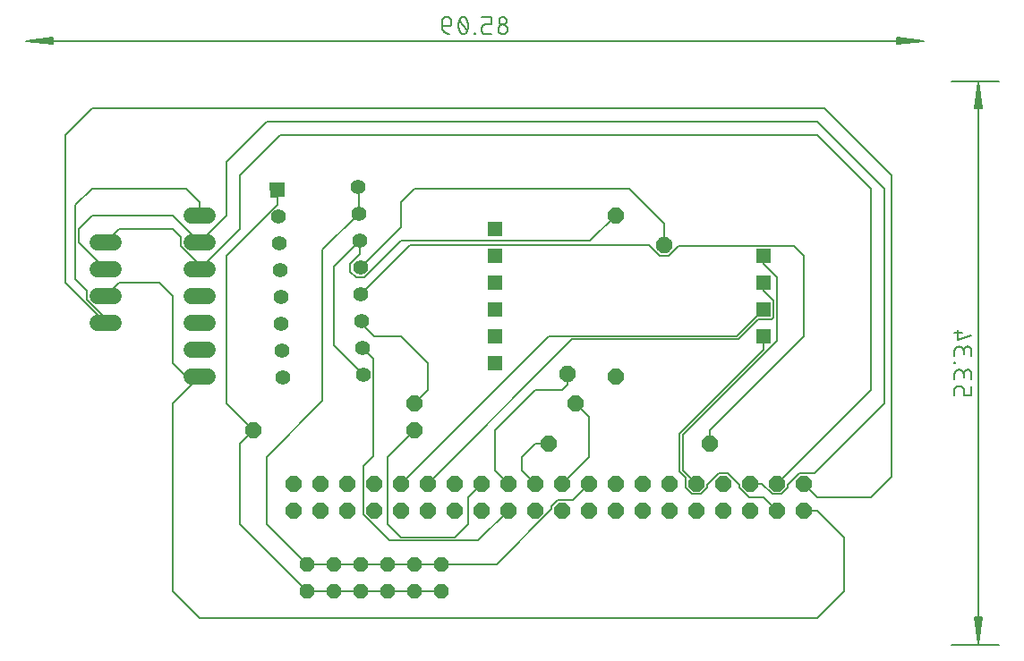
<source format=gbr>
G04 EAGLE Gerber RS-274X export*
G75*
%MOMM*%
%FSLAX34Y34*%
%LPD*%
%INBottom Copper*%
%IPPOS*%
%AMOC8*
5,1,8,0,0,1.08239X$1,22.5*%
G01*
%ADD10C,0.130000*%
%ADD11C,0.130000*%
%ADD12C,0.152400*%
%ADD13C,1.524000*%
%ADD14P,1.539592X8X22.500000*%
%ADD15P,1.649562X8X202.500000*%
%ADD16P,1.649562X8X22.500000*%
%ADD17R,1.408000X1.408000*%
%ADD18R,1.408000X1.408000*%
%ADD19C,1.408000*%
%ADD20P,1.649562X8X75.700000*%
%ADD21P,1.649562X8X112.500000*%


D10*
X0Y571500D03*
X850900Y571500D03*
D11*
X850250Y571500D02*
X650Y571500D01*
X26000Y574692D01*
X26000Y568308D01*
X650Y571500D01*
X26000Y572800D01*
X26000Y570200D02*
X650Y571500D01*
X26000Y574100D01*
X26000Y568900D02*
X650Y571500D01*
X824900Y574692D02*
X850250Y571500D01*
X824900Y574692D02*
X824900Y568308D01*
X850250Y571500D01*
X824900Y572800D01*
X824900Y570200D02*
X850250Y571500D01*
X824900Y574100D01*
X824900Y568900D02*
X850250Y571500D01*
D12*
X456509Y582523D02*
X456507Y582656D01*
X456501Y582788D01*
X456491Y582920D01*
X456478Y583052D01*
X456460Y583184D01*
X456439Y583314D01*
X456414Y583445D01*
X456385Y583574D01*
X456352Y583702D01*
X456316Y583830D01*
X456276Y583956D01*
X456232Y584081D01*
X456184Y584205D01*
X456133Y584327D01*
X456078Y584448D01*
X456020Y584567D01*
X455958Y584685D01*
X455893Y584800D01*
X455824Y584914D01*
X455753Y585025D01*
X455677Y585134D01*
X455599Y585241D01*
X455518Y585346D01*
X455433Y585448D01*
X455346Y585548D01*
X455256Y585645D01*
X455163Y585740D01*
X455067Y585831D01*
X454969Y585920D01*
X454868Y586006D01*
X454764Y586089D01*
X454658Y586169D01*
X454550Y586245D01*
X454440Y586319D01*
X454327Y586389D01*
X454213Y586456D01*
X454096Y586519D01*
X453978Y586579D01*
X453858Y586636D01*
X453736Y586689D01*
X453613Y586738D01*
X453489Y586784D01*
X453363Y586826D01*
X453236Y586864D01*
X453108Y586899D01*
X452979Y586930D01*
X452850Y586957D01*
X452719Y586980D01*
X452588Y587000D01*
X452456Y587015D01*
X452324Y587027D01*
X452192Y587035D01*
X452059Y587039D01*
X451927Y587039D01*
X451794Y587035D01*
X451662Y587027D01*
X451530Y587015D01*
X451398Y587000D01*
X451267Y586980D01*
X451136Y586957D01*
X451007Y586930D01*
X450878Y586899D01*
X450750Y586864D01*
X450623Y586826D01*
X450497Y586784D01*
X450373Y586738D01*
X450250Y586689D01*
X450128Y586636D01*
X450008Y586579D01*
X449890Y586519D01*
X449773Y586456D01*
X449659Y586389D01*
X449546Y586319D01*
X449436Y586245D01*
X449328Y586169D01*
X449222Y586089D01*
X449118Y586006D01*
X449017Y585920D01*
X448919Y585831D01*
X448823Y585740D01*
X448730Y585645D01*
X448640Y585548D01*
X448553Y585448D01*
X448468Y585346D01*
X448387Y585241D01*
X448309Y585134D01*
X448233Y585025D01*
X448162Y584914D01*
X448093Y584800D01*
X448028Y584685D01*
X447966Y584567D01*
X447908Y584448D01*
X447853Y584327D01*
X447802Y584205D01*
X447754Y584081D01*
X447710Y583956D01*
X447670Y583830D01*
X447634Y583702D01*
X447601Y583574D01*
X447572Y583445D01*
X447547Y583314D01*
X447526Y583184D01*
X447508Y583052D01*
X447495Y582920D01*
X447485Y582788D01*
X447479Y582656D01*
X447477Y582523D01*
X447479Y582390D01*
X447485Y582258D01*
X447495Y582126D01*
X447508Y581994D01*
X447526Y581862D01*
X447547Y581732D01*
X447572Y581601D01*
X447601Y581472D01*
X447634Y581344D01*
X447670Y581216D01*
X447710Y581090D01*
X447754Y580965D01*
X447802Y580841D01*
X447853Y580719D01*
X447908Y580598D01*
X447966Y580479D01*
X448028Y580361D01*
X448093Y580246D01*
X448162Y580132D01*
X448233Y580021D01*
X448309Y579912D01*
X448387Y579805D01*
X448468Y579700D01*
X448553Y579598D01*
X448640Y579498D01*
X448730Y579401D01*
X448823Y579306D01*
X448919Y579215D01*
X449017Y579126D01*
X449118Y579040D01*
X449222Y578957D01*
X449328Y578877D01*
X449436Y578801D01*
X449546Y578727D01*
X449659Y578657D01*
X449773Y578590D01*
X449890Y578527D01*
X450008Y578467D01*
X450128Y578410D01*
X450250Y578357D01*
X450373Y578308D01*
X450497Y578262D01*
X450623Y578220D01*
X450750Y578182D01*
X450878Y578147D01*
X451007Y578116D01*
X451136Y578089D01*
X451267Y578066D01*
X451398Y578046D01*
X451530Y578031D01*
X451662Y578019D01*
X451794Y578011D01*
X451927Y578007D01*
X452059Y578007D01*
X452192Y578011D01*
X452324Y578019D01*
X452456Y578031D01*
X452588Y578046D01*
X452719Y578066D01*
X452850Y578089D01*
X452979Y578116D01*
X453108Y578147D01*
X453236Y578182D01*
X453363Y578220D01*
X453489Y578262D01*
X453613Y578308D01*
X453736Y578357D01*
X453858Y578410D01*
X453978Y578467D01*
X454096Y578527D01*
X454213Y578590D01*
X454327Y578657D01*
X454440Y578727D01*
X454550Y578801D01*
X454658Y578877D01*
X454764Y578957D01*
X454868Y579040D01*
X454969Y579126D01*
X455067Y579215D01*
X455163Y579306D01*
X455256Y579401D01*
X455346Y579498D01*
X455433Y579598D01*
X455518Y579700D01*
X455599Y579805D01*
X455677Y579912D01*
X455753Y580021D01*
X455824Y580132D01*
X455893Y580246D01*
X455958Y580361D01*
X456020Y580479D01*
X456078Y580598D01*
X456133Y580719D01*
X456184Y580841D01*
X456232Y580965D01*
X456276Y581090D01*
X456316Y581216D01*
X456352Y581344D01*
X456385Y581472D01*
X456414Y581601D01*
X456439Y581732D01*
X456460Y581862D01*
X456478Y581994D01*
X456491Y582126D01*
X456501Y582258D01*
X456507Y582390D01*
X456509Y582523D01*
X455605Y590651D02*
X455603Y590770D01*
X455597Y590890D01*
X455587Y591009D01*
X455573Y591127D01*
X455556Y591246D01*
X455534Y591363D01*
X455509Y591480D01*
X455479Y591595D01*
X455446Y591710D01*
X455409Y591824D01*
X455369Y591936D01*
X455324Y592047D01*
X455276Y592156D01*
X455225Y592264D01*
X455170Y592370D01*
X455111Y592474D01*
X455049Y592576D01*
X454984Y592676D01*
X454915Y592774D01*
X454843Y592870D01*
X454768Y592963D01*
X454691Y593053D01*
X454610Y593141D01*
X454526Y593226D01*
X454439Y593308D01*
X454350Y593388D01*
X454258Y593464D01*
X454164Y593538D01*
X454067Y593608D01*
X453969Y593675D01*
X453868Y593739D01*
X453764Y593799D01*
X453659Y593856D01*
X453552Y593909D01*
X453444Y593959D01*
X453334Y594005D01*
X453222Y594047D01*
X453109Y594086D01*
X452995Y594121D01*
X452880Y594152D01*
X452763Y594180D01*
X452646Y594203D01*
X452529Y594223D01*
X452410Y594239D01*
X452291Y594251D01*
X452172Y594259D01*
X452053Y594263D01*
X451933Y594263D01*
X451814Y594259D01*
X451695Y594251D01*
X451576Y594239D01*
X451457Y594223D01*
X451340Y594203D01*
X451223Y594180D01*
X451106Y594152D01*
X450991Y594121D01*
X450877Y594086D01*
X450764Y594047D01*
X450652Y594005D01*
X450542Y593959D01*
X450434Y593909D01*
X450327Y593856D01*
X450222Y593799D01*
X450118Y593739D01*
X450017Y593675D01*
X449919Y593608D01*
X449822Y593538D01*
X449728Y593464D01*
X449636Y593388D01*
X449547Y593308D01*
X449460Y593226D01*
X449376Y593141D01*
X449295Y593053D01*
X449218Y592963D01*
X449143Y592870D01*
X449071Y592774D01*
X449002Y592676D01*
X448937Y592576D01*
X448875Y592474D01*
X448816Y592370D01*
X448761Y592264D01*
X448710Y592156D01*
X448662Y592047D01*
X448617Y591936D01*
X448577Y591824D01*
X448540Y591710D01*
X448507Y591595D01*
X448477Y591480D01*
X448452Y591363D01*
X448430Y591246D01*
X448413Y591127D01*
X448399Y591009D01*
X448389Y590890D01*
X448383Y590770D01*
X448381Y590651D01*
X448383Y590532D01*
X448389Y590412D01*
X448399Y590293D01*
X448413Y590175D01*
X448430Y590056D01*
X448452Y589939D01*
X448477Y589822D01*
X448507Y589707D01*
X448540Y589592D01*
X448577Y589478D01*
X448617Y589366D01*
X448662Y589255D01*
X448710Y589146D01*
X448761Y589038D01*
X448816Y588932D01*
X448875Y588828D01*
X448937Y588726D01*
X449002Y588626D01*
X449071Y588528D01*
X449143Y588432D01*
X449218Y588339D01*
X449295Y588249D01*
X449376Y588161D01*
X449460Y588076D01*
X449547Y587994D01*
X449636Y587914D01*
X449728Y587838D01*
X449822Y587764D01*
X449919Y587694D01*
X450017Y587627D01*
X450118Y587563D01*
X450222Y587503D01*
X450327Y587446D01*
X450434Y587393D01*
X450542Y587343D01*
X450652Y587297D01*
X450764Y587255D01*
X450877Y587216D01*
X450991Y587181D01*
X451106Y587150D01*
X451223Y587122D01*
X451340Y587099D01*
X451457Y587079D01*
X451576Y587063D01*
X451695Y587051D01*
X451814Y587043D01*
X451933Y587039D01*
X452053Y587039D01*
X452172Y587043D01*
X452291Y587051D01*
X452410Y587063D01*
X452529Y587079D01*
X452646Y587099D01*
X452763Y587122D01*
X452880Y587150D01*
X452995Y587181D01*
X453109Y587216D01*
X453222Y587255D01*
X453334Y587297D01*
X453444Y587343D01*
X453552Y587393D01*
X453659Y587446D01*
X453764Y587503D01*
X453868Y587563D01*
X453969Y587627D01*
X454067Y587694D01*
X454164Y587764D01*
X454258Y587838D01*
X454350Y587914D01*
X454439Y587994D01*
X454526Y588076D01*
X454610Y588161D01*
X454691Y588249D01*
X454768Y588339D01*
X454843Y588432D01*
X454915Y588528D01*
X454984Y588626D01*
X455049Y588726D01*
X455111Y588828D01*
X455170Y588932D01*
X455225Y589038D01*
X455276Y589146D01*
X455324Y589255D01*
X455369Y589366D01*
X455409Y589478D01*
X455446Y589592D01*
X455479Y589707D01*
X455509Y589822D01*
X455534Y589939D01*
X455556Y590056D01*
X455573Y590175D01*
X455587Y590293D01*
X455597Y590412D01*
X455603Y590532D01*
X455605Y590651D01*
X440878Y578007D02*
X435459Y578007D01*
X435341Y578009D01*
X435223Y578015D01*
X435105Y578024D01*
X434988Y578038D01*
X434871Y578055D01*
X434754Y578076D01*
X434639Y578101D01*
X434524Y578130D01*
X434410Y578163D01*
X434298Y578199D01*
X434187Y578239D01*
X434077Y578282D01*
X433968Y578329D01*
X433861Y578379D01*
X433756Y578434D01*
X433653Y578491D01*
X433552Y578552D01*
X433452Y578616D01*
X433355Y578683D01*
X433260Y578753D01*
X433168Y578827D01*
X433077Y578903D01*
X432990Y578983D01*
X432905Y579065D01*
X432823Y579150D01*
X432743Y579237D01*
X432667Y579328D01*
X432593Y579420D01*
X432523Y579515D01*
X432456Y579612D01*
X432392Y579712D01*
X432331Y579813D01*
X432274Y579916D01*
X432219Y580021D01*
X432169Y580128D01*
X432122Y580237D01*
X432079Y580347D01*
X432039Y580458D01*
X432003Y580570D01*
X431970Y580684D01*
X431941Y580799D01*
X431916Y580914D01*
X431895Y581031D01*
X431878Y581148D01*
X431864Y581265D01*
X431855Y581383D01*
X431849Y581501D01*
X431847Y581619D01*
X431846Y581619D02*
X431846Y583426D01*
X431847Y583426D02*
X431849Y583544D01*
X431855Y583662D01*
X431864Y583780D01*
X431878Y583897D01*
X431895Y584014D01*
X431916Y584131D01*
X431941Y584246D01*
X431970Y584361D01*
X432003Y584475D01*
X432039Y584587D01*
X432079Y584698D01*
X432122Y584808D01*
X432169Y584917D01*
X432219Y585024D01*
X432274Y585129D01*
X432331Y585232D01*
X432392Y585333D01*
X432456Y585433D01*
X432523Y585530D01*
X432593Y585625D01*
X432667Y585717D01*
X432743Y585808D01*
X432823Y585895D01*
X432905Y585980D01*
X432990Y586062D01*
X433077Y586142D01*
X433168Y586218D01*
X433260Y586292D01*
X433355Y586362D01*
X433452Y586429D01*
X433552Y586493D01*
X433653Y586554D01*
X433756Y586611D01*
X433861Y586666D01*
X433968Y586716D01*
X434077Y586763D01*
X434187Y586806D01*
X434298Y586846D01*
X434410Y586882D01*
X434524Y586915D01*
X434639Y586944D01*
X434754Y586969D01*
X434871Y586990D01*
X434988Y587007D01*
X435105Y587021D01*
X435223Y587030D01*
X435341Y587036D01*
X435459Y587038D01*
X440878Y587038D01*
X440878Y594263D01*
X431846Y594263D01*
X425872Y578910D02*
X425872Y578007D01*
X425872Y578910D02*
X424969Y578910D01*
X424969Y578007D01*
X425872Y578007D01*
X418994Y586135D02*
X418990Y586455D01*
X418979Y586774D01*
X418960Y587094D01*
X418933Y587412D01*
X418899Y587730D01*
X418857Y588047D01*
X418807Y588363D01*
X418750Y588678D01*
X418686Y588991D01*
X418614Y589303D01*
X418535Y589613D01*
X418448Y589920D01*
X418354Y590226D01*
X418253Y590529D01*
X418144Y590830D01*
X418029Y591128D01*
X417906Y591424D01*
X417776Y591716D01*
X417639Y592005D01*
X417639Y592006D02*
X417600Y592114D01*
X417557Y592221D01*
X417511Y592326D01*
X417460Y592430D01*
X417407Y592532D01*
X417350Y592632D01*
X417289Y592730D01*
X417225Y592825D01*
X417158Y592919D01*
X417087Y593010D01*
X417014Y593099D01*
X416937Y593185D01*
X416858Y593268D01*
X416776Y593349D01*
X416691Y593427D01*
X416603Y593501D01*
X416513Y593573D01*
X416421Y593641D01*
X416326Y593707D01*
X416229Y593769D01*
X416130Y593827D01*
X416028Y593883D01*
X415926Y593934D01*
X415821Y593982D01*
X415715Y594027D01*
X415607Y594068D01*
X415498Y594105D01*
X415388Y594138D01*
X415276Y594167D01*
X415164Y594193D01*
X415051Y594215D01*
X414937Y594232D01*
X414823Y594246D01*
X414708Y594256D01*
X414593Y594262D01*
X414478Y594264D01*
X414478Y594263D02*
X414363Y594261D01*
X414248Y594255D01*
X414133Y594245D01*
X414019Y594231D01*
X413905Y594214D01*
X413792Y594192D01*
X413680Y594166D01*
X413568Y594137D01*
X413458Y594104D01*
X413349Y594067D01*
X413241Y594026D01*
X413135Y593981D01*
X413031Y593933D01*
X412928Y593882D01*
X412827Y593826D01*
X412727Y593768D01*
X412630Y593706D01*
X412536Y593641D01*
X412443Y593572D01*
X412353Y593500D01*
X412265Y593426D01*
X412180Y593348D01*
X412098Y593267D01*
X412019Y593184D01*
X411942Y593098D01*
X411869Y593009D01*
X411798Y592918D01*
X411731Y592824D01*
X411667Y592729D01*
X411606Y592631D01*
X411549Y592531D01*
X411496Y592429D01*
X411445Y592325D01*
X411399Y592220D01*
X411356Y592113D01*
X411317Y592005D01*
X411318Y592005D02*
X411181Y591716D01*
X411051Y591424D01*
X410928Y591128D01*
X410813Y590830D01*
X410704Y590529D01*
X410603Y590226D01*
X410509Y589920D01*
X410422Y589613D01*
X410343Y589303D01*
X410271Y588991D01*
X410207Y588678D01*
X410150Y588363D01*
X410100Y588047D01*
X410058Y587730D01*
X410024Y587412D01*
X409997Y587094D01*
X409978Y586774D01*
X409967Y586455D01*
X409963Y586135D01*
X418993Y586135D02*
X418989Y585815D01*
X418978Y585496D01*
X418959Y585176D01*
X418932Y584858D01*
X418898Y584540D01*
X418856Y584223D01*
X418806Y583907D01*
X418749Y583592D01*
X418685Y583279D01*
X418613Y582967D01*
X418534Y582657D01*
X418447Y582350D01*
X418353Y582044D01*
X418252Y581741D01*
X418143Y581440D01*
X418028Y581142D01*
X417905Y580846D01*
X417775Y580554D01*
X417638Y580265D01*
X417639Y580265D02*
X417600Y580157D01*
X417557Y580050D01*
X417511Y579945D01*
X417460Y579841D01*
X417407Y579739D01*
X417350Y579639D01*
X417289Y579541D01*
X417225Y579446D01*
X417158Y579352D01*
X417087Y579261D01*
X417014Y579172D01*
X416937Y579086D01*
X416858Y579003D01*
X416776Y578922D01*
X416691Y578844D01*
X416603Y578770D01*
X416513Y578698D01*
X416420Y578629D01*
X416326Y578564D01*
X416229Y578502D01*
X416129Y578444D01*
X416028Y578388D01*
X415926Y578337D01*
X415821Y578289D01*
X415715Y578244D01*
X415607Y578203D01*
X415498Y578166D01*
X415388Y578133D01*
X415276Y578104D01*
X415164Y578078D01*
X415051Y578056D01*
X414937Y578039D01*
X414823Y578025D01*
X414708Y578015D01*
X414593Y578009D01*
X414478Y578007D01*
X411318Y580265D02*
X411181Y580554D01*
X411051Y580846D01*
X410928Y581142D01*
X410813Y581440D01*
X410704Y581741D01*
X410603Y582044D01*
X410509Y582350D01*
X410422Y582657D01*
X410343Y582967D01*
X410271Y583279D01*
X410207Y583592D01*
X410150Y583907D01*
X410100Y584223D01*
X410058Y584540D01*
X410024Y584858D01*
X409997Y585176D01*
X409978Y585496D01*
X409967Y585815D01*
X409963Y586135D01*
X411317Y580265D02*
X411356Y580157D01*
X411399Y580050D01*
X411445Y579945D01*
X411496Y579841D01*
X411549Y579739D01*
X411607Y579639D01*
X411667Y579541D01*
X411731Y579446D01*
X411798Y579352D01*
X411869Y579261D01*
X411942Y579172D01*
X412019Y579086D01*
X412098Y579003D01*
X412180Y578922D01*
X412265Y578844D01*
X412353Y578770D01*
X412443Y578698D01*
X412536Y578629D01*
X412630Y578564D01*
X412727Y578502D01*
X412827Y578444D01*
X412928Y578388D01*
X413031Y578337D01*
X413135Y578289D01*
X413241Y578244D01*
X413349Y578203D01*
X413458Y578166D01*
X413568Y578133D01*
X413680Y578104D01*
X413792Y578078D01*
X413905Y578056D01*
X414019Y578039D01*
X414133Y578025D01*
X414248Y578015D01*
X414363Y578009D01*
X414478Y578007D01*
X418091Y581619D02*
X410866Y590651D01*
X399750Y585232D02*
X394332Y585232D01*
X399750Y585232D02*
X399868Y585234D01*
X399986Y585240D01*
X400104Y585249D01*
X400221Y585263D01*
X400338Y585280D01*
X400455Y585301D01*
X400570Y585326D01*
X400685Y585355D01*
X400799Y585388D01*
X400911Y585424D01*
X401022Y585464D01*
X401132Y585507D01*
X401241Y585554D01*
X401348Y585604D01*
X401453Y585659D01*
X401556Y585716D01*
X401657Y585777D01*
X401757Y585841D01*
X401854Y585908D01*
X401949Y585978D01*
X402041Y586052D01*
X402132Y586128D01*
X402219Y586208D01*
X402304Y586290D01*
X402386Y586375D01*
X402466Y586462D01*
X402542Y586553D01*
X402616Y586645D01*
X402686Y586740D01*
X402753Y586837D01*
X402817Y586937D01*
X402878Y587038D01*
X402935Y587141D01*
X402990Y587246D01*
X403040Y587353D01*
X403087Y587462D01*
X403130Y587572D01*
X403170Y587683D01*
X403206Y587795D01*
X403239Y587909D01*
X403268Y588024D01*
X403293Y588139D01*
X403314Y588256D01*
X403331Y588373D01*
X403345Y588490D01*
X403354Y588608D01*
X403360Y588726D01*
X403362Y588844D01*
X403363Y588844D02*
X403363Y589747D01*
X403361Y589880D01*
X403355Y590012D01*
X403345Y590144D01*
X403332Y590276D01*
X403314Y590408D01*
X403293Y590538D01*
X403268Y590669D01*
X403239Y590798D01*
X403206Y590926D01*
X403170Y591054D01*
X403130Y591180D01*
X403086Y591305D01*
X403038Y591429D01*
X402987Y591551D01*
X402932Y591672D01*
X402874Y591791D01*
X402812Y591909D01*
X402747Y592024D01*
X402678Y592138D01*
X402607Y592249D01*
X402531Y592358D01*
X402453Y592465D01*
X402372Y592570D01*
X402287Y592672D01*
X402200Y592772D01*
X402110Y592869D01*
X402017Y592964D01*
X401921Y593055D01*
X401823Y593144D01*
X401722Y593230D01*
X401618Y593313D01*
X401512Y593393D01*
X401404Y593469D01*
X401294Y593543D01*
X401181Y593613D01*
X401067Y593680D01*
X400950Y593743D01*
X400832Y593803D01*
X400712Y593860D01*
X400590Y593913D01*
X400467Y593962D01*
X400343Y594008D01*
X400217Y594050D01*
X400090Y594088D01*
X399962Y594123D01*
X399833Y594154D01*
X399704Y594181D01*
X399573Y594204D01*
X399442Y594224D01*
X399310Y594239D01*
X399178Y594251D01*
X399046Y594259D01*
X398913Y594263D01*
X398781Y594263D01*
X398648Y594259D01*
X398516Y594251D01*
X398384Y594239D01*
X398252Y594224D01*
X398121Y594204D01*
X397990Y594181D01*
X397861Y594154D01*
X397732Y594123D01*
X397604Y594088D01*
X397477Y594050D01*
X397351Y594008D01*
X397227Y593962D01*
X397104Y593913D01*
X396982Y593860D01*
X396862Y593803D01*
X396744Y593743D01*
X396627Y593680D01*
X396513Y593613D01*
X396400Y593543D01*
X396290Y593469D01*
X396182Y593393D01*
X396076Y593313D01*
X395972Y593230D01*
X395871Y593144D01*
X395773Y593055D01*
X395677Y592964D01*
X395584Y592869D01*
X395494Y592772D01*
X395407Y592672D01*
X395322Y592570D01*
X395241Y592465D01*
X395163Y592358D01*
X395087Y592249D01*
X395016Y592138D01*
X394947Y592024D01*
X394882Y591909D01*
X394820Y591791D01*
X394762Y591672D01*
X394707Y591551D01*
X394656Y591429D01*
X394608Y591305D01*
X394564Y591180D01*
X394524Y591054D01*
X394488Y590926D01*
X394455Y590798D01*
X394426Y590669D01*
X394401Y590538D01*
X394380Y590408D01*
X394362Y590276D01*
X394349Y590144D01*
X394339Y590012D01*
X394333Y589880D01*
X394331Y589747D01*
X394332Y589747D02*
X394332Y585232D01*
X394331Y585232D02*
X394333Y585057D01*
X394339Y584883D01*
X394350Y584709D01*
X394365Y584535D01*
X394384Y584361D01*
X394407Y584188D01*
X394434Y584016D01*
X394466Y583844D01*
X394501Y583673D01*
X394541Y583503D01*
X394585Y583334D01*
X394633Y583166D01*
X394685Y582999D01*
X394741Y582834D01*
X394801Y582670D01*
X394864Y582507D01*
X394932Y582347D01*
X395004Y582187D01*
X395079Y582030D01*
X395159Y581874D01*
X395242Y581721D01*
X395328Y581569D01*
X395419Y581420D01*
X395513Y581273D01*
X395610Y581128D01*
X395711Y580985D01*
X395815Y580845D01*
X395923Y580708D01*
X396034Y580573D01*
X396148Y580441D01*
X396265Y580312D01*
X396386Y580185D01*
X396509Y580062D01*
X396636Y579941D01*
X396765Y579824D01*
X396897Y579710D01*
X397032Y579599D01*
X397169Y579491D01*
X397309Y579387D01*
X397452Y579286D01*
X397597Y579189D01*
X397744Y579095D01*
X397893Y579004D01*
X398045Y578918D01*
X398198Y578835D01*
X398354Y578755D01*
X398511Y578680D01*
X398671Y578608D01*
X398831Y578540D01*
X398994Y578477D01*
X399158Y578417D01*
X399323Y578361D01*
X399490Y578309D01*
X399658Y578261D01*
X399827Y578217D01*
X399997Y578177D01*
X400168Y578142D01*
X400340Y578110D01*
X400512Y578083D01*
X400685Y578060D01*
X400859Y578041D01*
X401033Y578026D01*
X401207Y578015D01*
X401381Y578009D01*
X401556Y578007D01*
D11*
X876300Y533400D02*
X921200Y533400D01*
X921200Y0D02*
X876300Y0D01*
X901700Y650D02*
X901700Y532750D01*
X898508Y507400D01*
X904892Y507400D01*
X901700Y532750D01*
X900400Y507400D01*
X903000Y507400D02*
X901700Y532750D01*
X899100Y507400D01*
X904300Y507400D02*
X901700Y532750D01*
X898508Y26000D02*
X901700Y650D01*
X898508Y26000D02*
X904892Y26000D01*
X901700Y650D01*
X900400Y26000D01*
X903000Y26000D02*
X901700Y650D01*
X899100Y26000D01*
X904300Y26000D02*
X901700Y650D01*
D12*
X878937Y235582D02*
X878937Y241000D01*
X878939Y241118D01*
X878945Y241236D01*
X878954Y241354D01*
X878968Y241471D01*
X878985Y241588D01*
X879006Y241705D01*
X879031Y241820D01*
X879060Y241935D01*
X879093Y242049D01*
X879129Y242161D01*
X879169Y242272D01*
X879212Y242382D01*
X879259Y242491D01*
X879309Y242598D01*
X879364Y242703D01*
X879421Y242806D01*
X879482Y242907D01*
X879546Y243007D01*
X879613Y243104D01*
X879683Y243199D01*
X879757Y243291D01*
X879833Y243382D01*
X879913Y243469D01*
X879995Y243554D01*
X880080Y243636D01*
X880167Y243716D01*
X880258Y243792D01*
X880350Y243866D01*
X880445Y243936D01*
X880542Y244003D01*
X880642Y244067D01*
X880743Y244128D01*
X880846Y244185D01*
X880951Y244240D01*
X881058Y244290D01*
X881167Y244337D01*
X881277Y244380D01*
X881388Y244420D01*
X881500Y244456D01*
X881614Y244489D01*
X881729Y244518D01*
X881844Y244543D01*
X881961Y244564D01*
X882078Y244581D01*
X882195Y244595D01*
X882313Y244604D01*
X882431Y244610D01*
X882549Y244612D01*
X882549Y244613D02*
X884356Y244613D01*
X884356Y244612D02*
X884474Y244610D01*
X884592Y244604D01*
X884710Y244595D01*
X884827Y244581D01*
X884944Y244564D01*
X885061Y244543D01*
X885176Y244518D01*
X885291Y244489D01*
X885405Y244456D01*
X885517Y244420D01*
X885628Y244380D01*
X885738Y244337D01*
X885847Y244290D01*
X885954Y244240D01*
X886059Y244185D01*
X886162Y244128D01*
X886263Y244067D01*
X886363Y244003D01*
X886460Y243936D01*
X886555Y243866D01*
X886647Y243792D01*
X886738Y243716D01*
X886825Y243636D01*
X886910Y243554D01*
X886992Y243469D01*
X887072Y243382D01*
X887148Y243291D01*
X887222Y243199D01*
X887292Y243104D01*
X887359Y243007D01*
X887423Y242907D01*
X887484Y242806D01*
X887541Y242703D01*
X887596Y242598D01*
X887646Y242491D01*
X887693Y242382D01*
X887736Y242272D01*
X887776Y242161D01*
X887812Y242049D01*
X887845Y241935D01*
X887874Y241820D01*
X887899Y241705D01*
X887920Y241588D01*
X887937Y241471D01*
X887951Y241354D01*
X887960Y241236D01*
X887966Y241118D01*
X887968Y241000D01*
X887968Y235582D01*
X895193Y235582D01*
X895193Y244613D01*
X878937Y251213D02*
X878937Y255728D01*
X878939Y255861D01*
X878945Y255993D01*
X878955Y256125D01*
X878968Y256257D01*
X878986Y256389D01*
X879007Y256519D01*
X879032Y256650D01*
X879061Y256779D01*
X879094Y256907D01*
X879130Y257035D01*
X879170Y257161D01*
X879214Y257286D01*
X879262Y257410D01*
X879313Y257532D01*
X879368Y257653D01*
X879426Y257772D01*
X879488Y257890D01*
X879553Y258005D01*
X879622Y258119D01*
X879693Y258230D01*
X879769Y258339D01*
X879847Y258446D01*
X879928Y258551D01*
X880013Y258653D01*
X880100Y258753D01*
X880190Y258850D01*
X880283Y258945D01*
X880379Y259036D01*
X880477Y259125D01*
X880578Y259211D01*
X880682Y259294D01*
X880788Y259374D01*
X880896Y259450D01*
X881006Y259524D01*
X881119Y259594D01*
X881233Y259661D01*
X881350Y259724D01*
X881468Y259784D01*
X881588Y259841D01*
X881710Y259894D01*
X881833Y259943D01*
X881957Y259989D01*
X882083Y260031D01*
X882210Y260069D01*
X882338Y260104D01*
X882467Y260135D01*
X882596Y260162D01*
X882727Y260185D01*
X882858Y260205D01*
X882990Y260220D01*
X883122Y260232D01*
X883254Y260240D01*
X883387Y260244D01*
X883519Y260244D01*
X883652Y260240D01*
X883784Y260232D01*
X883916Y260220D01*
X884048Y260205D01*
X884179Y260185D01*
X884310Y260162D01*
X884439Y260135D01*
X884568Y260104D01*
X884696Y260069D01*
X884823Y260031D01*
X884949Y259989D01*
X885073Y259943D01*
X885196Y259894D01*
X885318Y259841D01*
X885438Y259784D01*
X885556Y259724D01*
X885673Y259661D01*
X885787Y259594D01*
X885900Y259524D01*
X886010Y259450D01*
X886118Y259374D01*
X886224Y259294D01*
X886328Y259211D01*
X886429Y259125D01*
X886527Y259036D01*
X886623Y258945D01*
X886716Y258850D01*
X886806Y258753D01*
X886893Y258653D01*
X886978Y258551D01*
X887059Y258446D01*
X887137Y258339D01*
X887213Y258230D01*
X887284Y258119D01*
X887353Y258005D01*
X887418Y257890D01*
X887480Y257772D01*
X887538Y257653D01*
X887593Y257532D01*
X887644Y257410D01*
X887692Y257286D01*
X887736Y257161D01*
X887776Y257035D01*
X887812Y256907D01*
X887845Y256779D01*
X887874Y256650D01*
X887899Y256519D01*
X887920Y256389D01*
X887938Y256257D01*
X887951Y256125D01*
X887961Y255993D01*
X887967Y255861D01*
X887969Y255728D01*
X895193Y256631D02*
X895193Y251213D01*
X895193Y256631D02*
X895191Y256750D01*
X895185Y256870D01*
X895175Y256989D01*
X895161Y257107D01*
X895144Y257226D01*
X895122Y257343D01*
X895097Y257460D01*
X895067Y257575D01*
X895034Y257690D01*
X894997Y257804D01*
X894957Y257916D01*
X894912Y258027D01*
X894864Y258136D01*
X894813Y258244D01*
X894758Y258350D01*
X894699Y258454D01*
X894637Y258556D01*
X894572Y258656D01*
X894503Y258754D01*
X894431Y258850D01*
X894356Y258943D01*
X894279Y259033D01*
X894198Y259121D01*
X894114Y259206D01*
X894027Y259288D01*
X893938Y259368D01*
X893846Y259444D01*
X893752Y259518D01*
X893655Y259588D01*
X893557Y259655D01*
X893456Y259719D01*
X893352Y259779D01*
X893247Y259836D01*
X893140Y259889D01*
X893032Y259939D01*
X892922Y259985D01*
X892810Y260027D01*
X892697Y260066D01*
X892583Y260101D01*
X892468Y260132D01*
X892351Y260160D01*
X892234Y260183D01*
X892117Y260203D01*
X891998Y260219D01*
X891879Y260231D01*
X891760Y260239D01*
X891641Y260243D01*
X891521Y260243D01*
X891402Y260239D01*
X891283Y260231D01*
X891164Y260219D01*
X891045Y260203D01*
X890928Y260183D01*
X890811Y260160D01*
X890694Y260132D01*
X890579Y260101D01*
X890465Y260066D01*
X890352Y260027D01*
X890240Y259985D01*
X890130Y259939D01*
X890022Y259889D01*
X889915Y259836D01*
X889810Y259779D01*
X889706Y259719D01*
X889605Y259655D01*
X889507Y259588D01*
X889410Y259518D01*
X889316Y259444D01*
X889224Y259368D01*
X889135Y259288D01*
X889048Y259206D01*
X888964Y259121D01*
X888883Y259033D01*
X888806Y258943D01*
X888731Y258850D01*
X888659Y258754D01*
X888590Y258656D01*
X888525Y258556D01*
X888463Y258454D01*
X888404Y258350D01*
X888349Y258244D01*
X888298Y258136D01*
X888250Y258027D01*
X888205Y257916D01*
X888165Y257804D01*
X888128Y257690D01*
X888095Y257575D01*
X888065Y257460D01*
X888040Y257343D01*
X888018Y257226D01*
X888001Y257107D01*
X887987Y256989D01*
X887977Y256870D01*
X887971Y256750D01*
X887969Y256631D01*
X887968Y256631D02*
X887968Y253019D01*
X879840Y266219D02*
X878937Y266219D01*
X879840Y266219D02*
X879840Y267122D01*
X878937Y267122D01*
X878937Y266219D01*
X878937Y273096D02*
X878937Y277612D01*
X878939Y277745D01*
X878945Y277877D01*
X878955Y278009D01*
X878968Y278141D01*
X878986Y278273D01*
X879007Y278403D01*
X879032Y278534D01*
X879061Y278663D01*
X879094Y278791D01*
X879130Y278919D01*
X879170Y279045D01*
X879214Y279170D01*
X879262Y279294D01*
X879313Y279416D01*
X879368Y279537D01*
X879426Y279656D01*
X879488Y279774D01*
X879553Y279889D01*
X879622Y280003D01*
X879693Y280114D01*
X879769Y280223D01*
X879847Y280330D01*
X879928Y280435D01*
X880013Y280537D01*
X880100Y280637D01*
X880190Y280734D01*
X880283Y280829D01*
X880379Y280920D01*
X880477Y281009D01*
X880578Y281095D01*
X880682Y281178D01*
X880788Y281258D01*
X880896Y281334D01*
X881006Y281408D01*
X881119Y281478D01*
X881233Y281545D01*
X881350Y281608D01*
X881468Y281668D01*
X881588Y281725D01*
X881710Y281778D01*
X881833Y281827D01*
X881957Y281873D01*
X882083Y281915D01*
X882210Y281953D01*
X882338Y281988D01*
X882467Y282019D01*
X882596Y282046D01*
X882727Y282069D01*
X882858Y282089D01*
X882990Y282104D01*
X883122Y282116D01*
X883254Y282124D01*
X883387Y282128D01*
X883519Y282128D01*
X883652Y282124D01*
X883784Y282116D01*
X883916Y282104D01*
X884048Y282089D01*
X884179Y282069D01*
X884310Y282046D01*
X884439Y282019D01*
X884568Y281988D01*
X884696Y281953D01*
X884823Y281915D01*
X884949Y281873D01*
X885073Y281827D01*
X885196Y281778D01*
X885318Y281725D01*
X885438Y281668D01*
X885556Y281608D01*
X885673Y281545D01*
X885787Y281478D01*
X885900Y281408D01*
X886010Y281334D01*
X886118Y281258D01*
X886224Y281178D01*
X886328Y281095D01*
X886429Y281009D01*
X886527Y280920D01*
X886623Y280829D01*
X886716Y280734D01*
X886806Y280637D01*
X886893Y280537D01*
X886978Y280435D01*
X887059Y280330D01*
X887137Y280223D01*
X887213Y280114D01*
X887284Y280003D01*
X887353Y279889D01*
X887418Y279774D01*
X887480Y279656D01*
X887538Y279537D01*
X887593Y279416D01*
X887644Y279294D01*
X887692Y279170D01*
X887736Y279045D01*
X887776Y278919D01*
X887812Y278791D01*
X887845Y278663D01*
X887874Y278534D01*
X887899Y278403D01*
X887920Y278273D01*
X887938Y278141D01*
X887951Y278009D01*
X887961Y277877D01*
X887967Y277745D01*
X887969Y277612D01*
X895193Y278515D02*
X895193Y273096D01*
X895193Y278515D02*
X895191Y278634D01*
X895185Y278754D01*
X895175Y278873D01*
X895161Y278991D01*
X895144Y279110D01*
X895122Y279227D01*
X895097Y279344D01*
X895067Y279459D01*
X895034Y279574D01*
X894997Y279688D01*
X894957Y279800D01*
X894912Y279911D01*
X894864Y280020D01*
X894813Y280128D01*
X894758Y280234D01*
X894699Y280338D01*
X894637Y280440D01*
X894572Y280540D01*
X894503Y280638D01*
X894431Y280734D01*
X894356Y280827D01*
X894279Y280917D01*
X894198Y281005D01*
X894114Y281090D01*
X894027Y281172D01*
X893938Y281252D01*
X893846Y281328D01*
X893752Y281402D01*
X893655Y281472D01*
X893557Y281539D01*
X893456Y281603D01*
X893352Y281663D01*
X893247Y281720D01*
X893140Y281773D01*
X893032Y281823D01*
X892922Y281869D01*
X892810Y281911D01*
X892697Y281950D01*
X892583Y281985D01*
X892468Y282016D01*
X892351Y282044D01*
X892234Y282067D01*
X892117Y282087D01*
X891998Y282103D01*
X891879Y282115D01*
X891760Y282123D01*
X891641Y282127D01*
X891521Y282127D01*
X891402Y282123D01*
X891283Y282115D01*
X891164Y282103D01*
X891045Y282087D01*
X890928Y282067D01*
X890811Y282044D01*
X890694Y282016D01*
X890579Y281985D01*
X890465Y281950D01*
X890352Y281911D01*
X890240Y281869D01*
X890130Y281823D01*
X890022Y281773D01*
X889915Y281720D01*
X889810Y281663D01*
X889706Y281603D01*
X889605Y281539D01*
X889507Y281472D01*
X889410Y281402D01*
X889316Y281328D01*
X889224Y281252D01*
X889135Y281172D01*
X889048Y281090D01*
X888964Y281005D01*
X888883Y280917D01*
X888806Y280827D01*
X888731Y280734D01*
X888659Y280638D01*
X888590Y280540D01*
X888525Y280440D01*
X888463Y280338D01*
X888404Y280234D01*
X888349Y280128D01*
X888298Y280020D01*
X888250Y279911D01*
X888205Y279800D01*
X888165Y279688D01*
X888128Y279574D01*
X888095Y279459D01*
X888065Y279344D01*
X888040Y279227D01*
X888018Y279110D01*
X888001Y278991D01*
X887987Y278873D01*
X887977Y278754D01*
X887971Y278634D01*
X887969Y278515D01*
X887968Y278515D02*
X887968Y274903D01*
X882549Y288728D02*
X895193Y292340D01*
X882549Y288728D02*
X882549Y297759D01*
X878937Y295049D02*
X886162Y295049D01*
D13*
X83820Y304800D02*
X68580Y304800D01*
X68580Y330200D02*
X83820Y330200D01*
X83820Y355600D02*
X68580Y355600D01*
X68580Y381000D02*
X83820Y381000D01*
X157480Y406400D02*
X172720Y406400D01*
X172720Y381000D02*
X157480Y381000D01*
X157480Y355600D02*
X172720Y355600D01*
X172720Y330200D02*
X157480Y330200D01*
X157480Y304800D02*
X172720Y304800D01*
X172720Y279400D02*
X157480Y279400D01*
X157480Y254000D02*
X172720Y254000D01*
D14*
X266700Y50800D03*
X266700Y76200D03*
X292100Y50800D03*
X292100Y76200D03*
X317500Y50800D03*
X317500Y76200D03*
X342900Y50800D03*
X342900Y76200D03*
X368300Y50800D03*
X368300Y76200D03*
X393700Y50800D03*
X393700Y76200D03*
D15*
X736600Y152400D03*
X736600Y127000D03*
X711200Y152400D03*
X711200Y127000D03*
X685800Y152400D03*
X685800Y127000D03*
X660400Y152400D03*
X660400Y127000D03*
X635000Y152400D03*
X635000Y127000D03*
X609600Y152400D03*
X609600Y127000D03*
X584200Y152400D03*
X584200Y127000D03*
X558800Y152400D03*
X558800Y127000D03*
X533400Y152400D03*
X533400Y127000D03*
X508000Y152400D03*
X508000Y127000D03*
X482600Y152400D03*
X482600Y127000D03*
X457200Y152400D03*
X457200Y127000D03*
X431800Y152400D03*
X431800Y127000D03*
X406400Y152400D03*
X406400Y127000D03*
X381000Y152400D03*
X381000Y127000D03*
X355600Y152400D03*
X355600Y127000D03*
X330200Y152400D03*
X330200Y127000D03*
X304800Y152400D03*
X304800Y127000D03*
X279400Y152400D03*
X279400Y127000D03*
X254000Y152400D03*
X254000Y127000D03*
D16*
X215900Y203200D03*
X368300Y203200D03*
D17*
X444500Y393700D03*
X444500Y368300D03*
X444500Y342900D03*
X444500Y317500D03*
X444500Y292100D03*
X444500Y266700D03*
X698500Y292100D03*
X698500Y317500D03*
X698500Y342900D03*
X698500Y368300D03*
D18*
G36*
X231711Y423302D02*
X231269Y437374D01*
X245341Y437816D01*
X245783Y423744D01*
X231711Y423302D01*
G37*
D19*
X239324Y405172D03*
X240122Y379784D03*
X240920Y354397D03*
X241718Y329010D03*
X242516Y303622D03*
X243313Y278235D03*
X244111Y252847D03*
X319476Y280628D03*
X318678Y306016D03*
X317880Y331403D03*
X317082Y356790D03*
X316284Y382178D03*
X315487Y407565D03*
X314689Y432953D03*
X320274Y255241D03*
D20*
X513154Y256484D03*
X604446Y378516D03*
D21*
X558800Y254000D03*
X558800Y406400D03*
D16*
X495300Y190500D03*
X647700Y190500D03*
D15*
X520700Y228600D03*
X368300Y228600D03*
D12*
X622300Y165100D02*
X635000Y152400D01*
X622300Y165100D02*
X622300Y198587D01*
X698500Y360213D02*
X698500Y368300D01*
X698500Y360213D02*
X710874Y347839D01*
X710874Y287161D02*
X622300Y198587D01*
X710874Y287161D02*
X710874Y347839D01*
X644906Y148297D02*
X639103Y142494D01*
X630897Y142494D01*
X625094Y148297D01*
X619252Y199850D02*
X698500Y279098D01*
X698500Y292100D01*
X619252Y199850D02*
X619252Y163837D01*
X625094Y157995D01*
X625094Y148297D01*
X675894Y148297D02*
X675894Y150915D01*
X684745Y139446D02*
X698500Y139446D01*
X684745Y139446D02*
X675894Y148297D01*
X675894Y150915D02*
X664503Y162306D01*
X656297Y162306D01*
X644906Y150915D01*
X644906Y148297D01*
X710946Y127000D02*
X711200Y127000D01*
X710946Y127000D02*
X698500Y139446D01*
X238526Y416326D02*
X238526Y430559D01*
X190500Y368300D02*
X190500Y228600D01*
X215900Y203200D01*
X190500Y368300D02*
X238526Y416326D01*
X215900Y203200D02*
X203200Y190500D01*
X203200Y114300D01*
X266700Y50800D01*
X292100Y50800D01*
X317500Y50800D01*
X342900Y50800D01*
X368300Y50800D01*
X393700Y50800D01*
X498094Y131103D02*
X503897Y136906D01*
X517906Y136906D02*
X533400Y152400D01*
X517906Y136906D02*
X503897Y136906D01*
X445809Y76200D02*
X393700Y76200D01*
X445809Y76200D02*
X498094Y128485D01*
X498094Y131103D01*
X315487Y432155D02*
X314689Y432953D01*
X315487Y432155D02*
X315487Y407565D01*
X281442Y230642D02*
X228600Y177800D01*
X228600Y114300D01*
X266700Y76200D01*
X281442Y373521D02*
X315487Y407565D01*
X281442Y373521D02*
X281442Y230642D01*
X292100Y76200D02*
X266700Y76200D01*
X292100Y76200D02*
X317500Y76200D01*
X342900Y76200D01*
X368300Y76200D01*
X393700Y76200D01*
X317082Y356790D02*
X355600Y395308D01*
X355600Y419100D01*
X368300Y431800D01*
X571500Y431800D01*
X604446Y398854D01*
X604446Y378516D01*
X469900Y165100D02*
X482600Y152400D01*
X469900Y165100D02*
X469900Y177800D01*
X482600Y190500D01*
X495300Y190500D01*
X508000Y152400D02*
X533400Y177800D01*
X533400Y215900D01*
X520700Y228600D01*
X63500Y508000D02*
X38100Y482600D01*
X38100Y342900D01*
X76200Y304800D01*
X63500Y508000D02*
X755650Y508000D01*
X819150Y444500D01*
X63500Y431800D02*
X47752Y416052D01*
X58674Y335026D02*
X58674Y326097D01*
X76200Y308571D02*
X76200Y304800D01*
X76200Y308571D02*
X58674Y326097D01*
X47752Y345948D02*
X47752Y416052D01*
X47752Y345948D02*
X58674Y335026D01*
X819150Y444500D02*
X819150Y158750D01*
X165100Y419100D02*
X152400Y431800D01*
X165100Y419100D02*
X165100Y406400D01*
X152400Y431800D02*
X63500Y431800D01*
X749300Y139700D02*
X800100Y139700D01*
X819150Y158750D01*
X749300Y139700D02*
X736600Y152400D01*
X517652Y289052D02*
X381000Y152400D01*
X517652Y289052D02*
X674363Y289052D01*
X693485Y308174D02*
X706487Y308174D01*
X707826Y309513D01*
X707826Y325487D01*
X693485Y308174D02*
X674363Y289052D01*
X707826Y325487D02*
X698500Y334813D01*
X698500Y342900D01*
X698500Y317500D02*
X673100Y292100D01*
X495300Y292100D02*
X355600Y152400D01*
X495300Y292100D02*
X673100Y292100D01*
X88900Y393700D02*
X76200Y381000D01*
X88900Y393700D02*
X139700Y393700D01*
X147574Y385826D01*
X147574Y376897D01*
X165100Y359371D02*
X165100Y355600D01*
X165100Y359371D02*
X147574Y376897D01*
X165100Y355600D02*
X203200Y393700D01*
X203200Y444500D01*
X241300Y482600D01*
X749300Y482600D02*
X800100Y431800D01*
X800100Y241300D01*
X711200Y152400D01*
X749300Y482600D02*
X241300Y482600D01*
X444500Y165100D02*
X457200Y152400D01*
X444500Y165100D02*
X444500Y203200D01*
X482600Y241300D01*
X508000Y241300D01*
X513154Y246454D01*
X513154Y256484D01*
X316284Y382178D02*
X292100Y357994D01*
X292100Y283414D02*
X320274Y255241D01*
X292100Y283414D02*
X292100Y357994D01*
X304800Y270714D02*
X320274Y255241D01*
X534578Y382178D02*
X558800Y406400D01*
X307640Y360702D02*
X307640Y352879D01*
X313171Y347348D01*
X320994Y347348D01*
X316284Y369347D02*
X316284Y382178D01*
X316284Y369347D02*
X307640Y360702D01*
X355824Y382178D02*
X534578Y382178D01*
X355824Y382178D02*
X320994Y347348D01*
X317880Y331403D02*
X364429Y377952D01*
X590316Y377952D01*
X600142Y368126D01*
X608749Y368126D01*
X618249Y377626D01*
X727274Y377626D01*
X736600Y368300D01*
X736600Y292100D01*
X647700Y203200D01*
X647700Y190500D01*
X381000Y241300D02*
X368300Y228600D01*
X381000Y241300D02*
X381000Y266700D01*
X355600Y292100D02*
X330200Y292100D01*
X318678Y303622D01*
X318678Y306016D01*
X355600Y292100D02*
X381000Y266700D01*
X342900Y177800D02*
X342900Y114300D01*
X355600Y101600D01*
X406400Y101600D01*
X419100Y114300D01*
X342900Y177800D02*
X368300Y203200D01*
X419100Y139700D02*
X419100Y114300D01*
X419100Y139700D02*
X431800Y152400D01*
X165100Y254000D02*
X139700Y228600D01*
X139700Y50800D02*
X165100Y25400D01*
X139700Y50800D02*
X139700Y228600D01*
X76200Y330200D02*
X88900Y342900D01*
X127000Y342900D01*
X139700Y330200D01*
X139700Y266700D01*
X152400Y254000D01*
X165100Y254000D01*
X749300Y25400D02*
X774700Y50800D01*
X774700Y101600D01*
X749300Y25400D02*
X165100Y25400D01*
X736600Y127000D02*
X749300Y127000D01*
X774700Y101600D01*
X344639Y98552D02*
X320294Y122897D01*
X320294Y169203D01*
X329716Y270388D02*
X319476Y280628D01*
X329716Y270388D02*
X329716Y178626D01*
X320294Y169203D01*
X428752Y98552D02*
X457200Y127000D01*
X428752Y98552D02*
X344639Y98552D01*
X165100Y381000D02*
X139700Y406400D01*
X63500Y406400D01*
X50800Y393700D01*
X50800Y381000D01*
X165100Y381000D02*
X190500Y406400D01*
X190500Y457200D01*
X228600Y495300D01*
X749300Y495300D01*
X812800Y431800D01*
X812800Y228600D01*
X721106Y148297D02*
X715303Y142494D01*
X707097Y142494D01*
X721106Y148297D02*
X721106Y150915D01*
X697191Y152400D02*
X685800Y152400D01*
X732497Y162306D02*
X746506Y162306D01*
X732497Y162306D02*
X721106Y150915D01*
X707097Y142494D02*
X697191Y152400D01*
X746506Y162306D02*
X812800Y228600D01*
X76200Y355600D02*
X50800Y381000D01*
M02*

</source>
